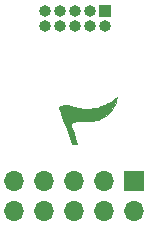
<source format=gbr>
%TF.GenerationSoftware,KiCad,Pcbnew,5.1.10*%
%TF.CreationDate,2021-08-08T15:42:29+02:00*%
%TF.ProjectId,debugconn,64656275-6763-46f6-9e6e-2e6b69636164,rev?*%
%TF.SameCoordinates,Original*%
%TF.FileFunction,Soldermask,Bot*%
%TF.FilePolarity,Negative*%
%FSLAX46Y46*%
G04 Gerber Fmt 4.6, Leading zero omitted, Abs format (unit mm)*
G04 Created by KiCad (PCBNEW 5.1.10) date 2021-08-08 15:42:29*
%MOMM*%
%LPD*%
G01*
G04 APERTURE LIST*
%ADD10C,0.010000*%
%ADD11O,1.000000X1.000000*%
%ADD12R,1.000000X1.000000*%
%ADD13O,1.700000X1.700000*%
%ADD14R,1.700000X1.700000*%
G04 APERTURE END LIST*
D10*
%TO.C,G1*%
G36*
X159001608Y-82926348D02*
G01*
X158803426Y-83074479D01*
X158580094Y-83225041D01*
X158353260Y-83364120D01*
X158144573Y-83477800D01*
X158140729Y-83479721D01*
X157811180Y-83627170D01*
X157492889Y-83732213D01*
X157169117Y-83798722D01*
X156823123Y-83830564D01*
X156605111Y-83834670D01*
X156375853Y-83829808D01*
X156174647Y-83815178D01*
X155983774Y-83787918D01*
X155785519Y-83745165D01*
X155562165Y-83684056D01*
X155435172Y-83645609D01*
X155270095Y-83596263D01*
X155141427Y-83563152D01*
X155032537Y-83543199D01*
X154926798Y-83533326D01*
X154813000Y-83530476D01*
X154669648Y-83533337D01*
X154560275Y-83545739D01*
X154462733Y-83571254D01*
X154390053Y-83598655D01*
X154301635Y-83640571D01*
X154237654Y-83681584D01*
X154213284Y-83710256D01*
X154221231Y-83743844D01*
X154246868Y-83825645D01*
X154288526Y-83950848D01*
X154344535Y-84114647D01*
X154413224Y-84312231D01*
X154492925Y-84538794D01*
X154581966Y-84789526D01*
X154678677Y-85059620D01*
X154767106Y-85304810D01*
X155328748Y-86857032D01*
X155480096Y-86861422D01*
X155575535Y-86861489D01*
X155653123Y-86856837D01*
X155680833Y-86852297D01*
X155722739Y-86823798D01*
X155730222Y-86802730D01*
X155721502Y-86767960D01*
X155696793Y-86686500D01*
X155658276Y-86565097D01*
X155608129Y-86410503D01*
X155548531Y-86229466D01*
X155481661Y-86028736D01*
X155447316Y-85926467D01*
X155365646Y-85686055D01*
X155300429Y-85493700D01*
X155252182Y-85343312D01*
X155221424Y-85228797D01*
X155208670Y-85144066D01*
X155214440Y-85083027D01*
X155239251Y-85039588D01*
X155283621Y-85007659D01*
X155348067Y-84981147D01*
X155433107Y-84953962D01*
X155532667Y-84922223D01*
X155660105Y-84881000D01*
X155753723Y-84856392D01*
X155832794Y-84845855D01*
X155916593Y-84846847D01*
X156024392Y-84856824D01*
X156026556Y-84857057D01*
X156139929Y-84865964D01*
X156291666Y-84873187D01*
X156463698Y-84878088D01*
X156637952Y-84880028D01*
X156675667Y-84879991D01*
X156922381Y-84873651D01*
X157131042Y-84854021D01*
X157319235Y-84817333D01*
X157504543Y-84759817D01*
X157704550Y-84677705D01*
X157779175Y-84643444D01*
X158031130Y-84511951D01*
X158246684Y-84367379D01*
X158445869Y-84195405D01*
X158543333Y-84097037D01*
X158691736Y-83919231D01*
X158825794Y-83717622D01*
X158938586Y-83505747D01*
X159023188Y-83297145D01*
X159072678Y-83105355D01*
X159080218Y-83047032D01*
X159097993Y-82849476D01*
X159001608Y-82926348D01*
G37*
X159001608Y-82926348D02*
X158803426Y-83074479D01*
X158580094Y-83225041D01*
X158353260Y-83364120D01*
X158144573Y-83477800D01*
X158140729Y-83479721D01*
X157811180Y-83627170D01*
X157492889Y-83732213D01*
X157169117Y-83798722D01*
X156823123Y-83830564D01*
X156605111Y-83834670D01*
X156375853Y-83829808D01*
X156174647Y-83815178D01*
X155983774Y-83787918D01*
X155785519Y-83745165D01*
X155562165Y-83684056D01*
X155435172Y-83645609D01*
X155270095Y-83596263D01*
X155141427Y-83563152D01*
X155032537Y-83543199D01*
X154926798Y-83533326D01*
X154813000Y-83530476D01*
X154669648Y-83533337D01*
X154560275Y-83545739D01*
X154462733Y-83571254D01*
X154390053Y-83598655D01*
X154301635Y-83640571D01*
X154237654Y-83681584D01*
X154213284Y-83710256D01*
X154221231Y-83743844D01*
X154246868Y-83825645D01*
X154288526Y-83950848D01*
X154344535Y-84114647D01*
X154413224Y-84312231D01*
X154492925Y-84538794D01*
X154581966Y-84789526D01*
X154678677Y-85059620D01*
X154767106Y-85304810D01*
X155328748Y-86857032D01*
X155480096Y-86861422D01*
X155575535Y-86861489D01*
X155653123Y-86856837D01*
X155680833Y-86852297D01*
X155722739Y-86823798D01*
X155730222Y-86802730D01*
X155721502Y-86767960D01*
X155696793Y-86686500D01*
X155658276Y-86565097D01*
X155608129Y-86410503D01*
X155548531Y-86229466D01*
X155481661Y-86028736D01*
X155447316Y-85926467D01*
X155365646Y-85686055D01*
X155300429Y-85493700D01*
X155252182Y-85343312D01*
X155221424Y-85228797D01*
X155208670Y-85144066D01*
X155214440Y-85083027D01*
X155239251Y-85039588D01*
X155283621Y-85007659D01*
X155348067Y-84981147D01*
X155433107Y-84953962D01*
X155532667Y-84922223D01*
X155660105Y-84881000D01*
X155753723Y-84856392D01*
X155832794Y-84845855D01*
X155916593Y-84846847D01*
X156024392Y-84856824D01*
X156026556Y-84857057D01*
X156139929Y-84865964D01*
X156291666Y-84873187D01*
X156463698Y-84878088D01*
X156637952Y-84880028D01*
X156675667Y-84879991D01*
X156922381Y-84873651D01*
X157131042Y-84854021D01*
X157319235Y-84817333D01*
X157504543Y-84759817D01*
X157704550Y-84677705D01*
X157779175Y-84643444D01*
X158031130Y-84511951D01*
X158246684Y-84367379D01*
X158445869Y-84195405D01*
X158543333Y-84097037D01*
X158691736Y-83919231D01*
X158825794Y-83717622D01*
X158938586Y-83505747D01*
X159023188Y-83297145D01*
X159072678Y-83105355D01*
X159080218Y-83047032D01*
X159097993Y-82849476D01*
X159001608Y-82926348D01*
%TD*%
D11*
%TO.C,J2*%
X153035000Y-76835000D03*
X153035000Y-75565000D03*
X154305000Y-76835000D03*
X154305000Y-75565000D03*
X155575000Y-76835000D03*
X155575000Y-75565000D03*
X156845000Y-76835000D03*
X156845000Y-75565000D03*
X158115000Y-76835000D03*
D12*
X158115000Y-75565000D03*
%TD*%
D13*
%TO.C,J1*%
X150368000Y-92456000D03*
X150368000Y-89916000D03*
X152908000Y-92456000D03*
X152908000Y-89916000D03*
X155448000Y-92456000D03*
X155448000Y-89916000D03*
X157988000Y-92456000D03*
X157988000Y-89916000D03*
X160528000Y-92456000D03*
D14*
X160528000Y-89916000D03*
%TD*%
M02*

</source>
